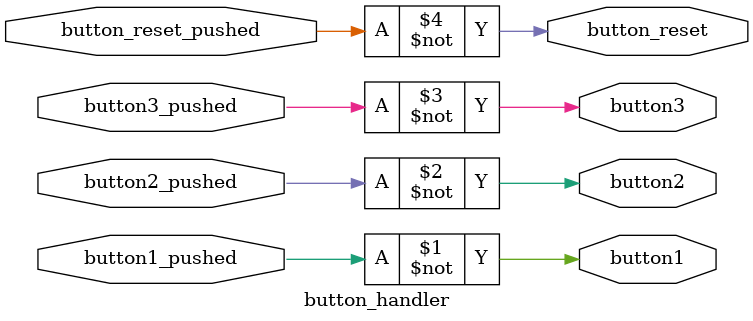
<source format=v>
module button_handler (
    button1_pushed,
    button2_pushed,
    button3_pushed,
    button_reset_pushed,
    button1,
    button2,
    button3,
    button_reset
);
    input button1_pushed, button2_pushed, button3_pushed, button_reset_pushed;
    output button1, button2, button3, button_reset;

    assign button1 = ~button1_pushed;
    assign button2 = ~button2_pushed;
    assign button3 = ~button3_pushed;
    assign button_reset = ~button_reset_pushed;
endmodule

</source>
